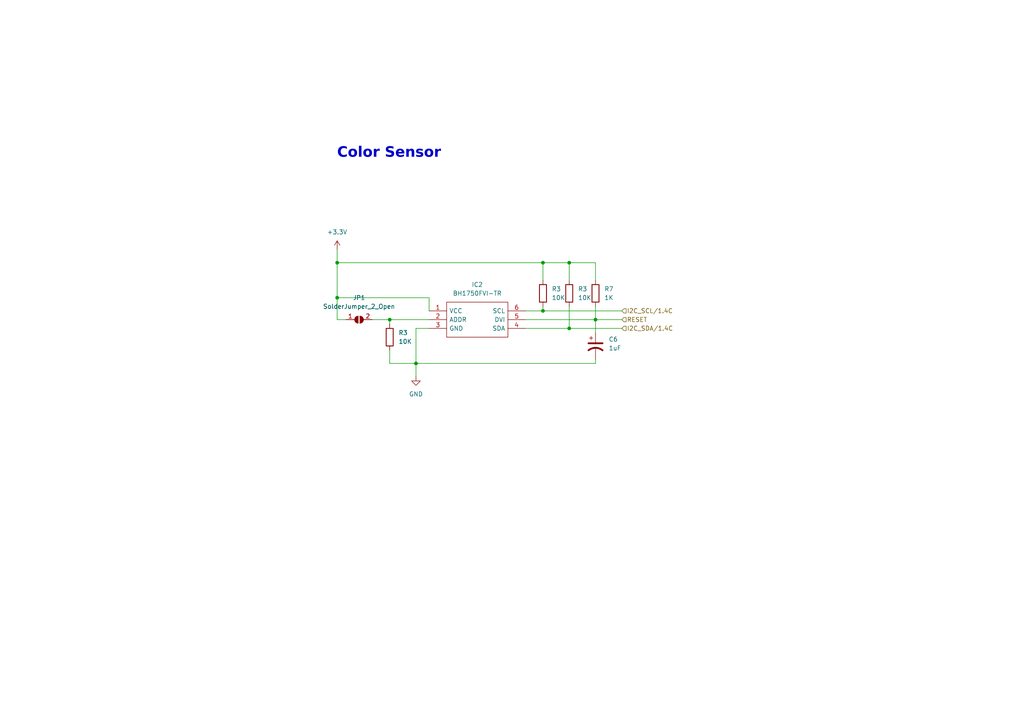
<source format=kicad_sch>
(kicad_sch (version 20230121) (generator eeschema)
  (paper "A4")
  (lib_symbols
    (symbol "BH1750FVI-TR:BH1750FVI-TR" (pin_names (offset 0.762))
      (property "Reference" "IC" (at 24.13 7.62 0))
      (property "Value" "BH1750FVI-TR" (at 24.13 5.08 0))
      (symbol "BH1750FVI-TR_0_0"
        (pin passive line (at 0 0 0) (length 5.08) (name "VCC") (number "1"))
        (pin passive line (at 0 -2.54 0) (length 5.08) (name "ADDR") (number "2"))
        (pin passive line (at 0 -5.08 0) (length 5.08) (name "GND") (number "3"))
        (pin passive line (at 27.94 -5.08 180) (length 5.08) (name "SDA") (number "4"))
        (pin passive line (at 27.94 -2.54 180) (length 5.08) (name "DVI") (number "5"))
        (pin passive line (at 27.94 0 180) (length 5.08) (name "SCL") (number "6"))
      )
      (symbol "BH1750FVI-TR_0_1"
        (polyline (pts (xy 5.08 2.54) (xy 22.86 2.54) (xy 22.86 -7.62) (xy 5.08 -7.62) (xy 5.08 2.54)) (stroke (width 0.1524)))
      )
    )
    (symbol "Device:C_Polarized_US" (pin_numbers hide) (pin_names (offset 0.254) hide)
      (property "Reference" "C" (at 0.635 2.54 0))
      (property "Value" "C_Polarized_US" (at 0.635 -2.54 0))
      (symbol "C_Polarized_US_0_1"
        (polyline (pts (xy -2.032 0.762) (xy 2.032 0.762)) (stroke (width 0.508)))
        (polyline (pts (xy -1.778 2.286) (xy -0.762 2.286)))
        (polyline (pts (xy -1.27 1.778) (xy -1.27 2.794)))
        (arc (start 2.032 -1.27) (mid 0 -0.5572) (end -2.032 -1.27) (stroke (width 0.508)))
      )
      (symbol "C_Polarized_US_1_1"
        (pin passive line (at 0 3.81 270) (length 2.794) (name "~") (number "1"))
        (pin passive line (at 0 -3.81 90) (length 3.302) (name "~") (number "2"))
      )
    )
    (symbol "Device:R" (pin_numbers hide) (pin_names (offset 0))
      (property "Reference" "R" (at 2.032 0 90))
      (property "Value" "R" (at 0 0 90))
      (symbol "R_0_1"
        (rectangle (start -1.016 -2.54) (end 1.016 2.54) (stroke (width 0.254)))
      )
      (symbol "R_1_1"
        (pin passive line (at 0 3.81 270) (length 1.27) (name "~") (number "1"))
        (pin passive line (at 0 -3.81 90) (length 1.27) (name "~") (number "2"))
      )
    )
    (symbol "Jumper:SolderJumper_2_Open" (pin_names (offset 0) hide)
      (property "Reference" "JP" (at 0 2.032 0))
      (property "Value" "SolderJumper_2_Open" (at 0 -2.54 0))
      (symbol "SolderJumper_2_Open_0_1"
        (arc (start -0.254 1.016) (mid -1.2656 0) (end -0.254 -1.016))
        (arc (start -0.254 1.016) (mid -1.2656 0) (end -0.254 -1.016) (fill (type outline)))
        (polyline (pts (xy -0.254 1.016) (xy -0.254 -1.016)))
        (polyline (pts (xy 0.254 1.016) (xy 0.254 -1.016)))
        (arc (start 0.254 -1.016) (mid 1.2656 0) (end 0.254 1.016))
        (arc (start 0.254 -1.016) (mid 1.2656 0) (end 0.254 1.016) (fill (type outline)))
      )
      (symbol "SolderJumper_2_Open_1_1"
        (pin passive line (at -3.81 0 0) (length 2.54) (name "A") (number "1"))
        (pin passive line (at 3.81 0 180) (length 2.54) (name "B") (number "2"))
      )
    )
    (symbol "power:+3.3V" (power) (pin_names (offset 0))
      (property "Value" "+3.3V" (at 0 3.556 0))
      (symbol "+3.3V_0_1"
        (polyline (pts (xy -0.762 1.27) (xy 0 2.54)))
        (polyline (pts (xy 0 0) (xy 0 2.54)))
        (polyline (pts (xy 0 2.54) (xy 0.762 1.27)))
      )
      (symbol "+3.3V_1_1"
        (pin power_in line (at 0 0 90) (length 0) hide (name "+3.3V") (number "1"))
      )
    )
    (symbol "power:GND" (power) (pin_names (offset 0))
      (property "Value" "GND" (at 0 -3.81 0))
      (symbol "GND_0_1"
        (polyline (pts (xy 0 0) (xy 0 -1.27) (xy 1.27 -1.27) (xy 0 -2.54) (xy -1.27 -1.27) (xy 0 -1.27)))
      )
      (symbol "GND_1_1"
        (pin power_in line (at 0 0 270) (length 0) hide (name "GND") (number "1"))
      )
    )
  )
  (junction (at 157.48 90.17))
  (junction (at 157.48 76.2))
  (junction (at 165.1 76.2))
  (junction (at 165.1 95.25))
  (junction (at 97.79 86.36))
  (junction (at 120.65 105.41))
  (junction (at 113.03 92.71))
  (junction (at 172.72 92.71))
  (junction (at 97.79 76.2))
  (wire (pts (xy 120.65 105.41) (xy 172.72 105.41)))
  (wire (pts (xy 152.4 95.25) (xy 165.1 95.25)))
  (wire (pts (xy 172.72 76.2) (xy 165.1 76.2)))
  (wire (pts (xy 152.4 92.71) (xy 172.72 92.71)))
  (wire (pts (xy 172.72 81.28) (xy 172.72 76.2)))
  (wire (pts (xy 97.79 86.36) (xy 124.46 86.36)))
  (wire (pts (xy 124.46 90.17) (xy 124.46 86.36)))
  (wire (pts (xy 157.48 76.2) (xy 97.79 76.2)))
  (wire (pts (xy 152.4 90.17) (xy 157.48 90.17)))
  (wire (pts (xy 165.1 76.2) (xy 165.1 81.28)))
  (wire (pts (xy 107.95 92.71) (xy 113.03 92.71)))
  (wire (pts (xy 172.72 92.71) (xy 172.72 96.52)))
  (wire (pts (xy 97.79 86.36) (xy 97.79 76.2)))
  (wire (pts (xy 97.79 92.71) (xy 97.79 86.36)))
  (wire (pts (xy 113.03 92.71) (xy 124.46 92.71)))
  (wire (pts (xy 165.1 76.2) (xy 157.48 76.2)))
  (wire (pts (xy 165.1 88.9) (xy 165.1 95.25)))
  (wire (pts (xy 172.72 105.41) (xy 172.72 104.14)))
  (wire (pts (xy 124.46 95.25) (xy 120.65 95.25)))
  (wire (pts (xy 165.1 95.25) (xy 180.34 95.25)))
  (wire (pts (xy 100.33 92.71) (xy 97.79 92.71)))
  (wire (pts (xy 113.03 105.41) (xy 120.65 105.41)))
  (wire (pts (xy 113.03 101.6) (xy 113.03 105.41)))
  (wire (pts (xy 172.72 88.9) (xy 172.72 92.71)))
  (wire (pts (xy 97.79 76.2) (xy 97.79 72.39)))
  (wire (pts (xy 157.48 76.2) (xy 157.48 81.28)))
  (wire (pts (xy 172.72 92.71) (xy 180.34 92.71)))
  (wire (pts (xy 157.48 88.9) (xy 157.48 90.17)))
  (wire (pts (xy 120.65 105.41) (xy 120.65 109.22)))
  (wire (pts (xy 157.48 90.17) (xy 180.34 90.17)))
  (wire (pts (xy 120.65 95.25) (xy 120.65 105.41)))
  (wire (pts (xy 113.03 92.71) (xy 113.03 93.98)))
  (text "Color Sensor" (at 97.79 46.99 0) (effects (font (size 3 3) (thickness 1) bold) (justify left bottom)))
  (hierarchical_label "RESET" (shape input) (at 180.34 92.71 0))
  (hierarchical_label "I2C_SDA{slash}1.4C" (shape input) (at 180.34 95.25 0))
  (hierarchical_label "I2C_SCL{slash}1.4C" (shape input) (at 180.34 90.17 0))
  (symbol (lib_id "Jumper:SolderJumper_2_Open") (at 104.14 92.71 0) (unit 1)
    (property "Reference" "JP1" (at 104.14 86.36 0))
    (property "Value" "SolderJumper_2_Open" (at 104.14 88.9 0))
    (property "Footprint" "Jumper:SolderJumper-2_P1.3mm_Open_TrianglePad1.0x1.5mm" (effects hide))
  )
  (symbol (lib_id "Device:R") (at 165.1 85.09 180) (unit 1)
    (property "Reference" "R3" (at 167.64 83.82 0) (effects (justify right)))
    (property "Value" "10K" (at 167.64 86.36 0) (effects (justify right)))
    (property "Footprint" "Resistor_SMD:R_0603_1608Metric" (effects hide))
    (property "Manufacturer_Part_Number" "0603WAF1002T5E" (effects hide))
    (instances (project "v0_2" (path "" (reference "R3") (unit 1)) (path "" (reference "R14") (unit 1))))
  )
  (symbol (lib_id "Device:R") (at 172.72 85.09 180) (unit 1)
    (property "Reference" "R7" (at 175.26 83.82 0) (effects (justify right)))
    (property "Value" "1K" (at 175.26 86.36 0) (effects (justify right)))
    (property "Footprint" "Resistor_SMD:R_0603_1608Metric" (effects hide))
    (property "Manufacturer_Part_Number" "0603WAF1001T5E" (effects hide))
    (instances (project "v0_2" (path "" (reference "R7") (unit 1)) (path "" (reference "R8") (unit 1))))
  )
  (symbol (lib_id "Device:R") (at 113.03 97.79 180) (unit 1)
    (property "Reference" "R3" (at 115.57 96.52 0) (effects (justify right)))
    (property "Value" "10K" (at 115.57 99.06 0) (effects (justify right)))
    (property "Footprint" "Resistor_SMD:R_0603_1608Metric" (effects hide))
    (property "Manufacturer_Part_Number" "0603WAF1002T5E" (effects hide))
    (instances (project "v0_2" (path "" (reference "R3") (unit 1)) (path "" (reference "R20") (unit 1))))
  )
  (symbol (lib_id "Device:C_Polarized_US") (at 172.72 100.33 0) (unit 1)
    (property "Reference" "C6" (at 176.53 98.425 0) (effects (justify left)))
    (property "Value" "1uF" (at 176.53 100.965 0) (effects (justify left)))
    (property "Footprint" "Capacitor_SMD:C_0603_1608Metric" (effects hide))
    (property "Manufacture" "CL10A105KO8NNNC" (effects hide))
  )
  (symbol (lib_id "power:GND") (at 120.65 109.22 0) (unit 1)
    (property "Reference" "#PWR021" (effects hide))
    (property "Value" "GND" (at 120.65 114.3 0))
  )
  (symbol (lib_id "Device:R") (at 157.48 85.09 180) (unit 1)
    (property "Reference" "R3" (at 160.02 83.82 0) (effects (justify right)))
    (property "Value" "10K" (at 160.02 86.36 0) (effects (justify right)))
    (property "Footprint" "Resistor_SMD:R_0603_1608Metric" (effects hide))
    (property "Manufacturer_Part_Number" "0603WAF1002T5E" (effects hide))
    (instances (project "v0_2" (path "" (reference "R3") (unit 1)) (path "" (reference "R13") (unit 1))))
  )
  (symbol (lib_id "BH1750FVI-TR:BH1750FVI-TR") (at 124.46 90.17 0) (unit 1)
    (property "Reference" "IC2" (at 138.43 82.55 0))
    (property "Value" "BH1750FVI-TR" (at 138.43 85.09 0))
    (property "Footprint" "BH1750:WSOF6" (effects hide))
    (property "Datasheet" "https://componentsearchengine.com/Datasheets/2/BH1750FVI-TR.pdf" (effects hide))
    (property "Description" "Ambient Light Sensor,16bit,I2C,WSOF6I ROHM BH1750FVI-TR Ambient Light Sensor Unit Surface Mount" (effects hide))
    (property "Manufacturer_Name" "ROHM Semiconductor" (effects hide))
    (property "Manufacturer_Part_Number" "BH1750FVI-TR" (effects hide))
    (property "Mouser Part Number" "755-BH1750FVI-TR" (effects hide))
    (property "Mouser Price/Stock" "https://www.mouser.co.uk/ProductDetail/ROHM-Semiconductor/BH1750FVI-TR?qs=phc6PQ%252BTPUNy88lRCs6mVA%3D%3D" (effects hide))
    (property "Arrow Part Number" "BH1750FVI-TR" (effects hide))
    (property "Arrow Price/Stock" "https://www.arrow.com/en/products/bh1750fvi-tr/rohm-semiconductor" (effects hide))
  )
  (symbol (lib_id "power:+3.3V") (at 97.79 72.39 0) (unit 1)
    (property "Reference" "#PWR020" (effects hide))
    (property "Value" "+3.3V" (at 97.79 67.31 0))
  )
)
</source>
